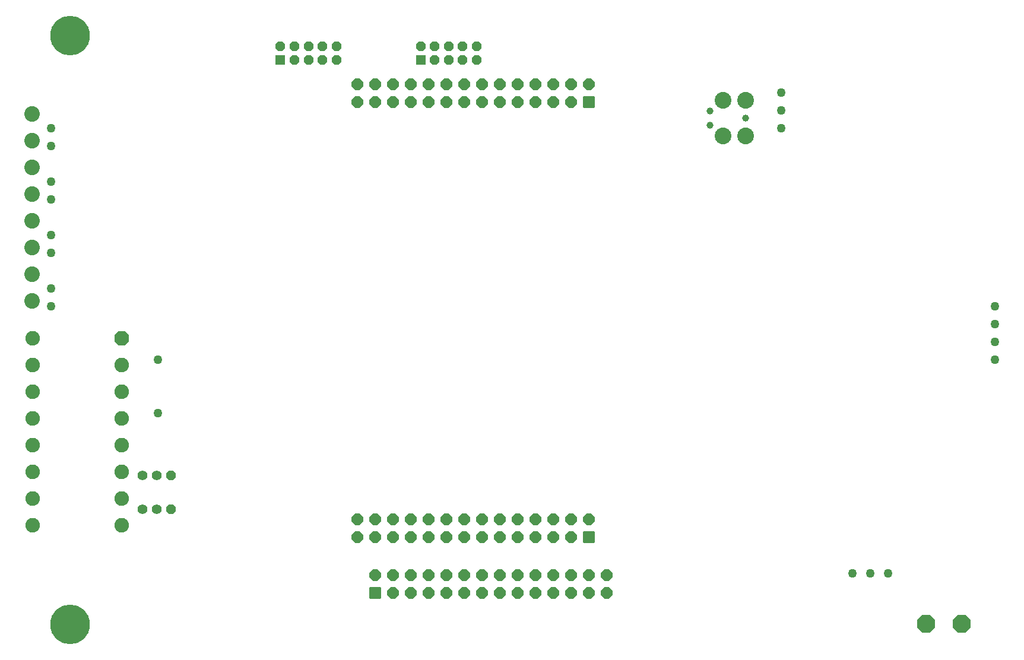
<source format=gbr>
%TF.GenerationSoftware,KiCad,Pcbnew,7.0.10-7.0.10~ubuntu22.04.1*%
%TF.CreationDate,2024-01-19T15:41:50+01:00*%
%TF.ProjectId,EEZ DIB MIO168,45455a20-4449-4422-904d-494f3136382e,r3B1*%
%TF.SameCoordinates,Original*%
%TF.FileFunction,Soldermask,Bot*%
%TF.FilePolarity,Negative*%
%FSLAX46Y46*%
G04 Gerber Fmt 4.6, Leading zero omitted, Abs format (unit mm)*
G04 Created by KiCad (PCBNEW 7.0.10-7.0.10~ubuntu22.04.1) date 2024-01-19 15:41:50*
%MOMM*%
%LPD*%
G01*
G04 APERTURE LIST*
G04 Aperture macros list*
%AMRoundRect*
0 Rectangle with rounded corners*
0 $1 Rounding radius*
0 $2 $3 $4 $5 $6 $7 $8 $9 X,Y pos of 4 corners*
0 Add a 4 corners polygon primitive as box body*
4,1,4,$2,$3,$4,$5,$6,$7,$8,$9,$2,$3,0*
0 Add four circle primitives for the rounded corners*
1,1,$1+$1,$2,$3*
1,1,$1+$1,$4,$5*
1,1,$1+$1,$6,$7*
1,1,$1+$1,$8,$9*
0 Add four rect primitives between the rounded corners*
20,1,$1+$1,$2,$3,$4,$5,0*
20,1,$1+$1,$4,$5,$6,$7,0*
20,1,$1+$1,$6,$7,$8,$9,0*
20,1,$1+$1,$8,$9,$2,$3,0*%
%AMFreePoly0*
4,1,25,0.546036,1.258373,0.550938,1.253882,1.253882,0.550938,1.275910,0.503697,1.276200,0.497056,1.276200,-0.497056,1.258373,-0.546036,1.253882,-0.550938,0.550938,-1.253882,0.503697,-1.275910,0.497056,-1.276200,-0.497056,-1.276200,-0.546036,-1.258373,-0.550938,-1.253882,-1.253882,-0.550938,-1.275910,-0.503697,-1.276200,-0.497056,-1.276200,0.497056,-1.258373,0.546036,-1.253882,0.550938,
-0.550938,1.253882,-0.503697,1.275910,-0.497056,1.276200,0.497056,1.276200,0.546036,1.258373,0.546036,1.258373,$1*%
%AMFreePoly1*
4,1,25,0.359640,0.808373,0.364542,0.803882,0.803882,0.364542,0.825910,0.317301,0.826200,0.310660,0.826200,-0.310660,0.808373,-0.359640,0.803882,-0.364542,0.364542,-0.803882,0.317301,-0.825910,0.310660,-0.826200,-0.310660,-0.826200,-0.359640,-0.808373,-0.364542,-0.803882,-0.803882,-0.364542,-0.825910,-0.317301,-0.826200,-0.310660,-0.826200,0.310660,-0.808373,0.359640,-0.803882,0.364542,
-0.364542,0.803882,-0.317301,0.825910,-0.310660,0.826200,0.310660,0.826200,0.359640,0.808373,0.359640,0.808373,$1*%
%AMFreePoly2*
4,1,25,0.297508,0.658373,0.302410,0.653882,0.653882,0.302410,0.675910,0.255169,0.676200,0.248528,0.676200,-0.248528,0.658373,-0.297508,0.653882,-0.302410,0.302410,-0.653882,0.255169,-0.675910,0.248528,-0.676200,-0.248528,-0.676200,-0.297508,-0.658373,-0.302410,-0.653882,-0.653882,-0.302410,-0.675910,-0.255169,-0.676200,-0.248528,-0.676200,0.248528,-0.658373,0.297508,-0.653882,0.302410,
-0.302410,0.653882,-0.255169,0.675910,-0.248528,0.676200,0.248528,0.676200,0.297508,0.658373,0.297508,0.658373,$1*%
%AMFreePoly3*
4,1,17,0.307927,0.679901,0.679901,0.307927,0.698500,0.263026,0.698500,-0.263026,0.679901,-0.307927,0.307927,-0.679901,0.263026,-0.698500,-0.263026,-0.698500,-0.307927,-0.679901,-0.679901,-0.307927,-0.698500,-0.263026,-0.698500,0.263026,-0.679901,0.307927,-0.307927,0.679901,-0.263026,0.698500,0.263026,0.698500,0.307927,0.679901,0.307927,0.679901,$1*%
%AMFreePoly4*
4,1,17,0.355561,0.794901,0.794901,0.355561,0.813500,0.310660,0.813500,-0.310660,0.794901,-0.355561,0.355561,-0.794901,0.310660,-0.813500,-0.310660,-0.813500,-0.355561,-0.794901,-0.794901,-0.355561,-0.813500,-0.310660,-0.813500,0.310660,-0.794901,0.355561,-0.355561,0.794901,-0.310660,0.813500,0.310660,0.813500,0.355561,0.794901,0.355561,0.794901,$1*%
%AMFreePoly5*
4,1,17,0.448759,1.019901,1.019901,0.448759,1.038500,0.403858,1.038500,-0.403858,1.019901,-0.448759,0.448759,-1.019901,0.403858,-1.038500,-0.403858,-1.038500,-0.448759,-1.019901,-1.019901,-0.448759,-1.038500,-0.403858,-1.038500,0.403858,-1.019901,0.448759,-0.448759,1.019901,-0.403858,1.038500,0.403858,1.038500,0.448759,1.019901,0.448759,1.019901,$1*%
G04 Aperture macros list end*
%ADD10C,1.270000*%
%ADD11FreePoly0,270.000000*%
%ADD12C,2.227000*%
%ADD13RoundRect,0.076200X-0.750000X-0.750000X0.750000X-0.750000X0.750000X0.750000X-0.750000X0.750000X0*%
%ADD14FreePoly1,0.000000*%
%ADD15RoundRect,0.076200X-0.600000X-0.600000X0.600000X-0.600000X0.600000X0.600000X-0.600000X0.600000X0*%
%ADD16FreePoly2,0.000000*%
%ADD17C,1.397000*%
%ADD18FreePoly3,90.000000*%
%ADD19C,5.652400*%
%ADD20RoundRect,0.063500X0.750000X0.750000X-0.750000X0.750000X-0.750000X-0.750000X0.750000X-0.750000X0*%
%ADD21FreePoly4,180.000000*%
%ADD22FreePoly5,180.000000*%
%ADD23C,2.077000*%
%ADD24C,2.387600*%
%ADD25C,0.990600*%
G04 APERTURE END LIST*
D10*
%TO.C,TP12*%
X99060000Y-116840000D03*
%TD*%
%TO.C,TP11*%
X99060000Y-109220000D03*
%TD*%
%TO.C,TP20*%
X83820000Y-101600000D03*
%TD*%
%TO.C,TP19*%
X83820000Y-99060000D03*
%TD*%
%TO.C,TP18*%
X83820000Y-93980000D03*
%TD*%
%TO.C,TP17*%
X83820000Y-91440000D03*
%TD*%
%TO.C,TP16*%
X83820000Y-86360000D03*
%TD*%
%TO.C,TP15*%
X83820000Y-83820000D03*
%TD*%
%TO.C,TP14*%
X83820000Y-78740000D03*
%TD*%
%TO.C,TP13*%
X83820000Y-76200000D03*
%TD*%
%TO.C,TP3*%
X203200000Y-139700000D03*
%TD*%
%TO.C,TP10*%
X187960000Y-76200000D03*
%TD*%
%TO.C,TP9*%
X187960000Y-73660000D03*
%TD*%
%TO.C,TP8*%
X187960000Y-71120000D03*
%TD*%
%TO.C,TP1*%
X198120000Y-139700000D03*
%TD*%
%TO.C,TP2*%
X200660000Y-139700000D03*
%TD*%
%TO.C,TP4*%
X218440000Y-101600000D03*
%TD*%
%TO.C,TP6*%
X218440000Y-106680000D03*
%TD*%
%TO.C,TP5*%
X218440000Y-104140000D03*
%TD*%
D11*
%TO.C,J1*%
X213677100Y-146915600D03*
X208597100Y-146915600D03*
%TD*%
D12*
%TO.C,X4*%
X81100000Y-100835000D03*
X81100000Y-97025000D03*
X81100000Y-93215000D03*
X81100000Y-89405000D03*
X81100000Y-85595000D03*
X81100000Y-81785000D03*
X81100000Y-77975000D03*
X81100000Y-74165000D03*
%TD*%
D13*
%TO.C,X1*%
X129980000Y-142540000D03*
D14*
X129980000Y-140000000D03*
X132520000Y-142540000D03*
X132520000Y-140000000D03*
X135060000Y-142540000D03*
X135060000Y-140000000D03*
X137600000Y-142540000D03*
X137600000Y-140000000D03*
X140140000Y-142540000D03*
X140140000Y-140000000D03*
X142680000Y-142540000D03*
X142680000Y-140000000D03*
X145220000Y-142540000D03*
X145220000Y-140000000D03*
X147760000Y-142540000D03*
X147760000Y-140000000D03*
X150300000Y-142540000D03*
X150300000Y-140000000D03*
X152840000Y-142540000D03*
X152840000Y-140000000D03*
X155380000Y-142540000D03*
X155380000Y-140000000D03*
X157920000Y-142540000D03*
X157920000Y-140000000D03*
X160460000Y-142540000D03*
X160460000Y-140000000D03*
X163000000Y-142540000D03*
X163000000Y-140000000D03*
%TD*%
D15*
%TO.C,X7*%
X136500000Y-66500000D03*
D16*
X136500000Y-64500000D03*
X138500000Y-66500000D03*
X138500000Y-64500000D03*
X140500000Y-66500000D03*
X140500000Y-64500000D03*
X142500000Y-66500000D03*
X142500000Y-64500000D03*
X144500000Y-66500000D03*
X144500000Y-64500000D03*
%TD*%
D17*
%TO.C,JP3*%
X96869100Y-130532600D03*
X98869100Y-130532600D03*
D18*
X100869100Y-130532600D03*
%TD*%
D19*
%TO.C,KK1*%
X86500000Y-63000000D03*
%TD*%
D17*
%TO.C,JP2*%
X96869100Y-125706600D03*
X98869100Y-125706600D03*
D18*
X100869100Y-125706600D03*
%TD*%
D15*
%TO.C,X5*%
X116500000Y-66500000D03*
D16*
X116500000Y-64500000D03*
X118500000Y-66500000D03*
X118500000Y-64500000D03*
X120500000Y-66500000D03*
X120500000Y-64500000D03*
X122500000Y-66500000D03*
X122500000Y-64500000D03*
X124500000Y-66500000D03*
X124500000Y-64500000D03*
%TD*%
D20*
%TO.C,X8*%
X160520000Y-134500000D03*
D21*
X160520000Y-131960000D03*
X157980000Y-134500000D03*
X157980000Y-131960000D03*
X155440000Y-134500000D03*
X155440000Y-131960000D03*
X152900000Y-134500000D03*
X152900000Y-131960000D03*
X150360000Y-134500000D03*
X150360000Y-131960000D03*
X147820000Y-134500000D03*
X147820000Y-131960000D03*
X145280000Y-134500000D03*
X145280000Y-131960000D03*
X142740000Y-134500000D03*
X142740000Y-131960000D03*
X140200000Y-134500000D03*
X140200000Y-131960000D03*
X137660000Y-134500000D03*
X137660000Y-131960000D03*
X135120000Y-134500000D03*
X135120000Y-131960000D03*
X132580000Y-134500000D03*
X132580000Y-131960000D03*
X130040000Y-134500000D03*
X130040000Y-131960000D03*
X127500000Y-134500000D03*
X127500000Y-131960000D03*
%TD*%
D20*
%TO.C,X6*%
X160520000Y-72500000D03*
D21*
X160520000Y-69960000D03*
X157980000Y-72500000D03*
X157980000Y-69960000D03*
X155440000Y-72500000D03*
X155440000Y-69960000D03*
X152900000Y-72500000D03*
X152900000Y-69960000D03*
X150360000Y-72500000D03*
X150360000Y-69960000D03*
X147820000Y-72500000D03*
X147820000Y-69960000D03*
X145280000Y-72500000D03*
X145280000Y-69960000D03*
X142740000Y-72500000D03*
X142740000Y-69960000D03*
X140200000Y-72500000D03*
X140200000Y-69960000D03*
X137660000Y-72500000D03*
X137660000Y-69960000D03*
X135120000Y-72500000D03*
X135120000Y-69960000D03*
X132580000Y-72500000D03*
X132580000Y-69960000D03*
X130040000Y-72500000D03*
X130040000Y-69960000D03*
X127500000Y-72500000D03*
X127500000Y-69960000D03*
%TD*%
D22*
%TO.C,X3*%
X93850000Y-106165000D03*
D23*
X93850000Y-109975000D03*
X93850000Y-113785000D03*
X93850000Y-117595000D03*
X93850000Y-121405000D03*
X93850000Y-125215000D03*
X93850000Y-129025000D03*
X93850000Y-132835000D03*
X81150000Y-106165000D03*
X81150000Y-109975000D03*
X81150000Y-113785000D03*
X81150000Y-117595000D03*
X81150000Y-121405000D03*
X81150000Y-125215000D03*
X81150000Y-129025000D03*
X81150000Y-132835000D03*
%TD*%
D24*
%TO.C,X2*%
X182816500Y-77279500D03*
D25*
X182816500Y-74739500D03*
D24*
X182816500Y-72199500D03*
X179641500Y-77279500D03*
X179641500Y-72199500D03*
D25*
X177736500Y-75755500D03*
X177736500Y-73723500D03*
%TD*%
D10*
%TO.C,TP7*%
X218440000Y-109220000D03*
%TD*%
D19*
%TO.C,KK2*%
X86500000Y-147000000D03*
%TD*%
M02*

</source>
